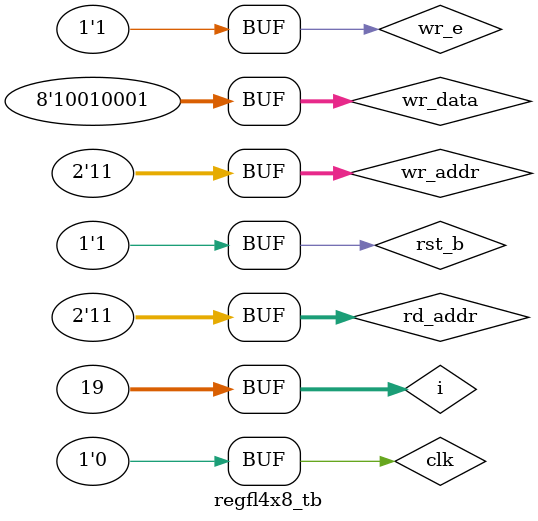
<source format=v>
module rgst #(
    parameter w=8
)(
    input clk, rst_b, ld, 
    input [w-1:0] d, 
    output reg [w-1:0] q
);
    always @ (posedge clk, negedge rst_b)
        if (!rst_b)                 q <= 0;
        else if (ld)                q <= d;
endmodule

module regfl_4x8(
  input clk, rst_b, wr_e,
  input [7:0] wr_data, 
  input [1:0] wr_addr, rd_addr,
  output reg [7:0] rd_data
);

reg [3:0] o;
wire [7:0] d0, d1, d2, d3;

always @(*) begin
  if(wr_e) begin
    case(wr_addr)
      0 : o = 4'b0001;
      1 : o = 4'b0010;
      2 : o = 4'b0100;
      3 : o = 4'b1000;
      default : o = 0;
    endcase
  end
  else
    o = 0;
end

rgst #(
  .w(8)
) reg0 (
  .clk(clk),
  .rst_b(rst_b),
  .ld(o[0]),
  .d(wr_data),
  .q(d0)
);

rgst #(
  .w(8)
) reg1 (
  .clk(clk),
  .rst_b(rst_b),
  .ld(o[1]),
  .d(wr_data),
  .q(d1)
);

rgst #(
  .w(8)
) reg2 (
  .clk(clk),
  .rst_b(rst_b),
  .ld(o[2]),
  .d(wr_data),
  .q(d2)
);

rgst #(
  .w(8)
) reg3 (
  .clk(clk),
  .rst_b(rst_b),
  .ld(o[3]),
  .d(wr_data),
  .q(d3)
);

always @(*) begin
  case(rd_addr)
    0: rd_data = d0;
    1: rd_data = d1;
    2: rd_data = d2;
    3: rd_data = d3;
    default: rd_data = 0;
  endcase
end
  
endmodule

module regfl4x8_tb;
  reg clk, rst_b, wr_e;
  reg [7:0] wr_data;
  reg [1:0] wr_addr, rd_addr;
  wire [7:0] rd_data;
  
  regfl_4x8 cut(
    .clk(clk),
    .rst_b(rst_b),
    .wr_e(wr_e),
    .wr_data(wr_data),
    .wr_addr(wr_addr),
    .rd_addr(rd_addr),
    .rd_data(rd_data)
  );
  
  initial begin
    clk = 0;
    rst_b = 0;
    wr_addr = 2'h0;
    wr_data = 2'ha2;
    wr_e = 1;
    rd_addr = 2'h3;
  end
  
  integer i;
  initial begin
    for(i = 1; i <= 18; i = i + 1) begin
      #50; clk = ~clk;
    end
  end
  
  initial begin
    #5; rst_b = 1;
  end
  
  initial begin
    #100; wr_addr = 2'h2; wr_data = 8'h2e; rd_addr = 2'h0;
    #100; wr_addr = 2'h1; wr_data = 8'h98; rd_addr = 2'h1;
    #100; wr_addr = 2'h3; wr_data = 8'h55; rd_addr = 2'h2;
    #100; wr_addr = 2'h0; wr_data = 8'h20; rd_addr = 2'h0;
    #100; wr_addr = 2'h1; wr_data = 8'hff; rd_addr = 2'h3;
    #100; wr_addr = 2'h3; wr_data = 8'hc7; rd_addr = 2'h1;
    #100; wr_addr = 2'h2; wr_data = 8'hb5; rd_addr = 2'h2;
    #100; wr_addr = 2'h3; wr_data = 8'h91; rd_addr = 2'h3;
  end
  
  initial begin
    #200; wr_e = 0;
    #100; wr_e = 1;
    #400; wr_e = 0;
    #100; wr_e = 1;
  end
  
endmodule
</source>
